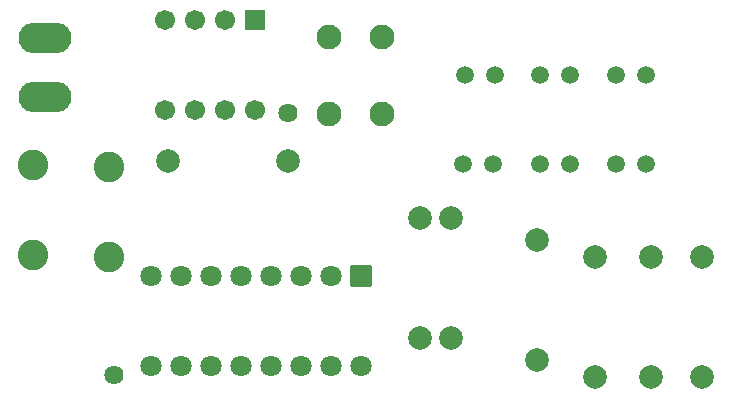
<source format=gbs>
G04 Layer: BottomSolderMaskLayer*
G04 EasyEDA v6.5.50, 2025-04-28 15:17:28*
G04 ec43f4f42a0a4547a17121b9b8cfd53d,1edd566ed00f4b82bd531d174b10065b,10*
G04 Gerber Generator version 0.2*
G04 Scale: 100 percent, Rotated: No, Reflected: No *
G04 Dimensions in millimeters *
G04 leading zeros omitted , absolute positions ,4 integer and 5 decimal *
%FSLAX45Y45*%
%MOMM*%

%AMMACRO1*4,1,8,-0.7831,-0.8509,-0.8128,-0.8209,-0.8128,0.8212,-0.7831,0.8509,0.7828,0.8509,0.8128,0.8212,0.8128,-0.8209,0.7828,-0.8509,-0.7831,-0.8509,0*%
%AMMACRO2*4,1,8,-0.871,-0.9008,-0.9007,-0.8708,-0.9007,0.8711,-0.871,0.9008,0.8707,0.9008,0.9007,0.8711,0.9007,-0.8708,0.8707,-0.9008,-0.871,-0.9008,0*%
%ADD10C,1.7016*%
%ADD11MACRO1*%
%ADD12O,4.488180000000001X2.5832054*%
%ADD13C,2.5908*%
%ADD14C,1.5016*%
%ADD15C,2.0066*%
%ADD16C,2.1020*%
%ADD17MACRO2*%
%ADD18C,1.8016*%
%ADD19C,1.6256*%
%ADD20C,0.0154*%

%LPD*%
D10*
G01*
X2260600Y8216900D03*
G01*
X2514600Y8216900D03*
G01*
X2768600Y8216900D03*
D11*
G01*
X3022600Y8216900D03*
D10*
G01*
X2260600Y7454900D03*
G01*
X2514600Y7454900D03*
G01*
X2768600Y7454900D03*
G01*
X3022600Y7454900D03*
D12*
G01*
X1244600Y8064500D03*
G01*
X1244600Y7564501D03*
D13*
G01*
X1143000Y6223000D03*
G01*
X1143000Y6985000D03*
G01*
X1790700Y6210300D03*
G01*
X1790700Y6972300D03*
D14*
G01*
X6337300Y7747000D03*
G01*
X6083300Y7747000D03*
G01*
X5689600Y7747000D03*
G01*
X5435600Y7747000D03*
G01*
X5054600Y7747000D03*
G01*
X4800600Y7747000D03*
G01*
X6337300Y6997700D03*
G01*
X6083300Y6997700D03*
G01*
X5689600Y6997700D03*
G01*
X5435600Y6997700D03*
G01*
X5041900Y6997700D03*
G01*
X4787900Y6997700D03*
D15*
G01*
X2286000Y7023100D03*
G01*
X3302000Y7023100D03*
G01*
X5905500Y6210300D03*
G01*
X5905500Y5194300D03*
G01*
X6375400Y6210300D03*
G01*
X6375400Y5194300D03*
G01*
X6807200Y6210300D03*
G01*
X6807200Y5194300D03*
G01*
X5410200Y6350000D03*
G01*
X5410200Y5334000D03*
G01*
X4686300Y6540500D03*
G01*
X4686300Y5524500D03*
G01*
X4419600Y6540500D03*
G01*
X4419600Y5524500D03*
D16*
G01*
X3648481Y8071993D03*
G01*
X3648532Y7422006D03*
G01*
X4098493Y8071993D03*
G01*
X4098518Y7422006D03*
D17*
G01*
X3924300Y6044196D03*
D18*
G01*
X3670300Y6044209D03*
G01*
X2400300Y6044209D03*
G01*
X2146300Y6044209D03*
G01*
X3416300Y6044209D03*
G01*
X3162300Y6044209D03*
G01*
X2654300Y6044209D03*
G01*
X2908300Y6044209D03*
G01*
X2146300Y5284190D03*
G01*
X2400300Y5284190D03*
G01*
X2654300Y5284190D03*
G01*
X2908300Y5284190D03*
G01*
X3162300Y5284190D03*
G01*
X3416300Y5284190D03*
G01*
X3670300Y5284190D03*
G01*
X3924300Y5284190D03*
D19*
G01*
X3302000Y7429500D03*
G01*
X1828800Y5207000D03*
M02*

</source>
